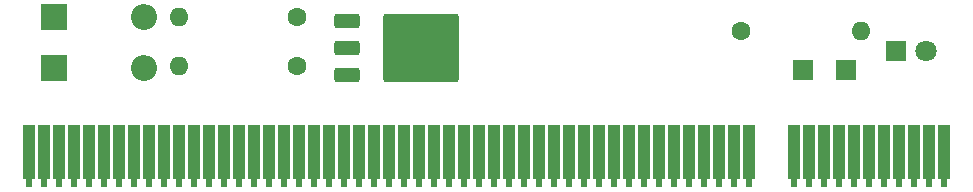
<source format=gbr>
%TF.GenerationSoftware,KiCad,Pcbnew,7.0.7*%
%TF.CreationDate,2023-11-02T08:25:27-05:00*%
%TF.ProjectId,PCI_Blaster,5043495f-426c-4617-9374-65722e6b6963,rev?*%
%TF.SameCoordinates,Original*%
%TF.FileFunction,Soldermask,Top*%
%TF.FilePolarity,Negative*%
%FSLAX46Y46*%
G04 Gerber Fmt 4.6, Leading zero omitted, Abs format (unit mm)*
G04 Created by KiCad (PCBNEW 7.0.7) date 2023-11-02 08:25:27*
%MOMM*%
%LPD*%
G01*
G04 APERTURE LIST*
G04 Aperture macros list*
%AMRoundRect*
0 Rectangle with rounded corners*
0 $1 Rounding radius*
0 $2 $3 $4 $5 $6 $7 $8 $9 X,Y pos of 4 corners*
0 Add a 4 corners polygon primitive as box body*
4,1,4,$2,$3,$4,$5,$6,$7,$8,$9,$2,$3,0*
0 Add four circle primitives for the rounded corners*
1,1,$1+$1,$2,$3*
1,1,$1+$1,$4,$5*
1,1,$1+$1,$6,$7*
1,1,$1+$1,$8,$9*
0 Add four rect primitives between the rounded corners*
20,1,$1+$1,$2,$3,$4,$5,0*
20,1,$1+$1,$4,$5,$6,$7,0*
20,1,$1+$1,$6,$7,$8,$9,0*
20,1,$1+$1,$8,$9,$2,$3,0*%
G04 Aperture macros list end*
%ADD10R,2.200000X2.200000*%
%ADD11O,2.200000X2.200000*%
%ADD12R,1.700000X1.700000*%
%ADD13R,1.020000X4.570000*%
%ADD14R,0.510000X0.760000*%
%ADD15R,1.800000X1.800000*%
%ADD16C,1.800000*%
%ADD17C,1.600000*%
%ADD18O,1.600000X1.600000*%
%ADD19RoundRect,0.250000X-0.850000X-0.350000X0.850000X-0.350000X0.850000X0.350000X-0.850000X0.350000X0*%
%ADD20RoundRect,0.249997X-2.950003X-2.650003X2.950003X-2.650003X2.950003X2.650003X-2.950003X2.650003X0*%
G04 APERTURE END LIST*
D10*
%TO.C,D2*%
X117465000Y-101625000D03*
D11*
X125085000Y-101625000D03*
%TD*%
D12*
%TO.C,TP2*%
X184525000Y-101845000D03*
%TD*%
D13*
%TO.C,J1*%
X115365000Y-108730000D03*
D14*
X115365000Y-111390000D03*
D13*
X116635000Y-108730000D03*
D14*
X116635000Y-111390000D03*
D13*
X117895000Y-108730000D03*
D14*
X117895000Y-111390000D03*
D13*
X119175000Y-108730000D03*
D14*
X119175000Y-111390000D03*
D13*
X120445000Y-108730000D03*
D14*
X120445000Y-111390000D03*
D13*
X121715000Y-108730000D03*
D14*
X121715000Y-111390000D03*
D13*
X122985000Y-108730000D03*
D14*
X122985000Y-111390000D03*
D13*
X124255000Y-108730000D03*
D14*
X124255000Y-111390000D03*
D13*
X125525000Y-108730000D03*
D14*
X125525000Y-111390000D03*
D13*
X126795000Y-108730000D03*
D14*
X126795000Y-111390000D03*
D13*
X128065000Y-108730000D03*
D14*
X128065000Y-111390000D03*
D13*
X129325000Y-108730000D03*
D14*
X129325000Y-111390000D03*
D13*
X130605000Y-108730000D03*
D14*
X130605000Y-111390000D03*
D13*
X131875000Y-108730000D03*
D14*
X131875000Y-111390000D03*
D13*
X133145000Y-108730000D03*
D14*
X133145000Y-111390000D03*
D13*
X134415000Y-108730000D03*
D14*
X134415000Y-111390000D03*
D13*
X135685000Y-108730000D03*
D14*
X135685000Y-111390000D03*
D13*
X136955000Y-108730000D03*
D14*
X136955000Y-111390000D03*
D13*
X138215000Y-108730000D03*
D14*
X138215000Y-111390000D03*
D13*
X139495000Y-108730000D03*
D14*
X139495000Y-111390000D03*
D13*
X140755000Y-108730000D03*
D14*
X140755000Y-111390000D03*
D13*
X142035000Y-108730000D03*
D14*
X142035000Y-111390000D03*
D13*
X143305000Y-108730000D03*
D14*
X143305000Y-111390000D03*
D13*
X144575000Y-108730000D03*
D14*
X144575000Y-111390000D03*
D13*
X145845000Y-108730000D03*
D14*
X145845000Y-111390000D03*
D13*
X147115000Y-108730000D03*
D14*
X147115000Y-111390000D03*
D13*
X148385000Y-108730000D03*
D14*
X148385000Y-111390000D03*
D13*
X149655000Y-108730000D03*
D14*
X149655000Y-111390000D03*
D13*
X150925000Y-108730000D03*
D14*
X150925000Y-111390000D03*
D13*
X152195000Y-108730000D03*
D14*
X152195000Y-111390000D03*
D13*
X153465000Y-108730000D03*
D14*
X153465000Y-111390000D03*
D13*
X154735000Y-108730000D03*
D14*
X154735000Y-111390000D03*
D13*
X156005000Y-108730000D03*
D14*
X156005000Y-111390000D03*
D13*
X157275000Y-108730000D03*
D14*
X157275000Y-111390000D03*
D13*
X158545000Y-108730000D03*
D14*
X158545000Y-111390000D03*
D13*
X159815000Y-108730000D03*
D14*
X159815000Y-111390000D03*
D13*
X161085000Y-108730000D03*
D14*
X161085000Y-111390000D03*
D13*
X162355000Y-108730000D03*
D14*
X162355000Y-111390000D03*
D13*
X163625000Y-108730000D03*
D14*
X163625000Y-111390000D03*
D13*
X164895000Y-108730000D03*
D14*
X164895000Y-111390000D03*
D13*
X166165000Y-108730000D03*
D14*
X166165000Y-111390000D03*
D13*
X167435000Y-108730000D03*
D14*
X167435000Y-111390000D03*
D13*
X168705000Y-108730000D03*
D14*
X168705000Y-111390000D03*
D13*
X169975000Y-108730000D03*
D14*
X169975000Y-111390000D03*
D13*
X171245000Y-108730000D03*
D14*
X171245000Y-111390000D03*
D13*
X172515000Y-108730000D03*
D14*
X172515000Y-111390000D03*
D13*
X173785000Y-108730000D03*
D14*
X173785000Y-111390000D03*
D13*
X175055000Y-108730000D03*
D14*
X175055000Y-111390000D03*
D13*
X176325000Y-108730000D03*
D14*
X176325000Y-111390000D03*
D13*
X180135000Y-108730000D03*
D14*
X180135000Y-111390000D03*
D13*
X181405000Y-108730000D03*
D14*
X181405000Y-111390000D03*
D13*
X182675000Y-108730000D03*
D14*
X182675000Y-111390000D03*
D13*
X183945000Y-108730000D03*
D14*
X183945000Y-111390000D03*
D13*
X185215000Y-108730000D03*
D14*
X185215000Y-111390000D03*
D13*
X186485000Y-108730000D03*
D14*
X186485000Y-111390000D03*
D13*
X187755000Y-108730000D03*
D14*
X187755000Y-111390000D03*
D13*
X189025000Y-108730000D03*
D14*
X189025000Y-111390000D03*
D13*
X190295000Y-108730000D03*
D14*
X190295000Y-111390000D03*
D13*
X191565000Y-108730000D03*
D14*
X191565000Y-111390000D03*
D13*
X192825000Y-108730000D03*
D14*
X192825000Y-111390000D03*
%TD*%
D15*
%TO.C,+3.3V*%
X188790000Y-100250000D03*
D16*
X191330000Y-100250000D03*
%TD*%
D17*
%TO.C,R1*%
X175590000Y-98500000D03*
D18*
X185750000Y-98500000D03*
%TD*%
D17*
%TO.C,C1*%
X138050000Y-101460000D03*
D18*
X128050000Y-101460000D03*
%TD*%
D10*
%TO.C,D1*%
X117465000Y-97375000D03*
D11*
X125085000Y-97375000D03*
%TD*%
D17*
%TO.C,C2*%
X138050000Y-97300000D03*
D18*
X128050000Y-97300000D03*
%TD*%
D19*
%TO.C,AMS1117CD-3.3*%
X142250000Y-97675000D03*
X142250000Y-99955000D03*
D20*
X148550000Y-99955000D03*
D19*
X142250000Y-102235000D03*
%TD*%
D12*
%TO.C,TP1*%
X180875000Y-101805000D03*
%TD*%
M02*

</source>
